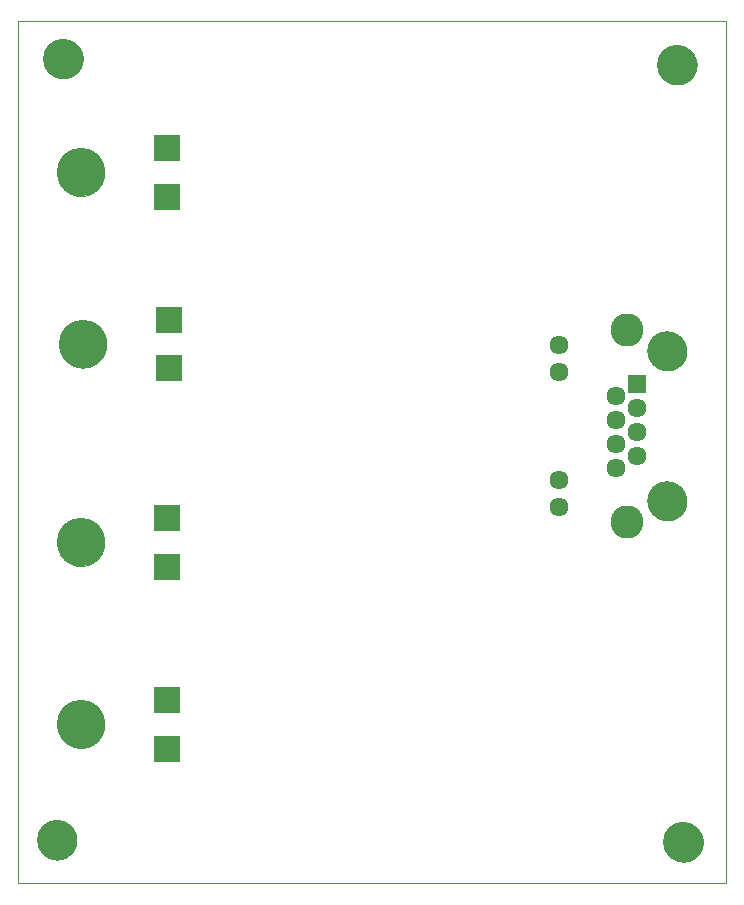
<source format=gbs>
G75*
%MOIN*%
%OFA0B0*%
%FSLAX25Y25*%
%IPPOS*%
%LPD*%
%AMOC8*
5,1,8,0,0,1.08239X$1,22.5*
%
%ADD10C,0.00000*%
%ADD11R,0.06337X0.06337*%
%ADD12C,0.06337*%
%ADD13C,0.13195*%
%ADD14C,0.11030*%
%ADD15C,0.13400*%
%ADD16C,0.16148*%
%ADD17R,0.08668X0.08668*%
D10*
X0005000Y0001000D02*
X0005000Y0288402D01*
X0241220Y0288402D01*
X0241220Y0001000D01*
X0005000Y0001000D01*
X0011591Y0015469D02*
X0011593Y0015630D01*
X0011599Y0015790D01*
X0011609Y0015951D01*
X0011623Y0016111D01*
X0011641Y0016271D01*
X0011662Y0016430D01*
X0011688Y0016589D01*
X0011718Y0016747D01*
X0011751Y0016904D01*
X0011789Y0017061D01*
X0011830Y0017216D01*
X0011875Y0017370D01*
X0011924Y0017523D01*
X0011977Y0017675D01*
X0012033Y0017826D01*
X0012094Y0017975D01*
X0012157Y0018123D01*
X0012225Y0018269D01*
X0012296Y0018413D01*
X0012370Y0018555D01*
X0012448Y0018696D01*
X0012530Y0018834D01*
X0012615Y0018971D01*
X0012703Y0019105D01*
X0012795Y0019237D01*
X0012890Y0019367D01*
X0012988Y0019495D01*
X0013089Y0019620D01*
X0013193Y0019742D01*
X0013300Y0019862D01*
X0013410Y0019979D01*
X0013523Y0020094D01*
X0013639Y0020205D01*
X0013758Y0020314D01*
X0013879Y0020419D01*
X0014003Y0020522D01*
X0014129Y0020622D01*
X0014257Y0020718D01*
X0014388Y0020811D01*
X0014522Y0020901D01*
X0014657Y0020988D01*
X0014795Y0021071D01*
X0014934Y0021151D01*
X0015076Y0021227D01*
X0015219Y0021300D01*
X0015364Y0021369D01*
X0015511Y0021435D01*
X0015659Y0021497D01*
X0015809Y0021555D01*
X0015960Y0021610D01*
X0016113Y0021661D01*
X0016267Y0021708D01*
X0016422Y0021751D01*
X0016578Y0021790D01*
X0016734Y0021826D01*
X0016892Y0021857D01*
X0017050Y0021885D01*
X0017209Y0021909D01*
X0017369Y0021929D01*
X0017529Y0021945D01*
X0017689Y0021957D01*
X0017850Y0021965D01*
X0018011Y0021969D01*
X0018171Y0021969D01*
X0018332Y0021965D01*
X0018493Y0021957D01*
X0018653Y0021945D01*
X0018813Y0021929D01*
X0018973Y0021909D01*
X0019132Y0021885D01*
X0019290Y0021857D01*
X0019448Y0021826D01*
X0019604Y0021790D01*
X0019760Y0021751D01*
X0019915Y0021708D01*
X0020069Y0021661D01*
X0020222Y0021610D01*
X0020373Y0021555D01*
X0020523Y0021497D01*
X0020671Y0021435D01*
X0020818Y0021369D01*
X0020963Y0021300D01*
X0021106Y0021227D01*
X0021248Y0021151D01*
X0021387Y0021071D01*
X0021525Y0020988D01*
X0021660Y0020901D01*
X0021794Y0020811D01*
X0021925Y0020718D01*
X0022053Y0020622D01*
X0022179Y0020522D01*
X0022303Y0020419D01*
X0022424Y0020314D01*
X0022543Y0020205D01*
X0022659Y0020094D01*
X0022772Y0019979D01*
X0022882Y0019862D01*
X0022989Y0019742D01*
X0023093Y0019620D01*
X0023194Y0019495D01*
X0023292Y0019367D01*
X0023387Y0019237D01*
X0023479Y0019105D01*
X0023567Y0018971D01*
X0023652Y0018834D01*
X0023734Y0018696D01*
X0023812Y0018555D01*
X0023886Y0018413D01*
X0023957Y0018269D01*
X0024025Y0018123D01*
X0024088Y0017975D01*
X0024149Y0017826D01*
X0024205Y0017675D01*
X0024258Y0017523D01*
X0024307Y0017370D01*
X0024352Y0017216D01*
X0024393Y0017061D01*
X0024431Y0016904D01*
X0024464Y0016747D01*
X0024494Y0016589D01*
X0024520Y0016430D01*
X0024541Y0016271D01*
X0024559Y0016111D01*
X0024573Y0015951D01*
X0024583Y0015790D01*
X0024589Y0015630D01*
X0024591Y0015469D01*
X0024589Y0015308D01*
X0024583Y0015148D01*
X0024573Y0014987D01*
X0024559Y0014827D01*
X0024541Y0014667D01*
X0024520Y0014508D01*
X0024494Y0014349D01*
X0024464Y0014191D01*
X0024431Y0014034D01*
X0024393Y0013877D01*
X0024352Y0013722D01*
X0024307Y0013568D01*
X0024258Y0013415D01*
X0024205Y0013263D01*
X0024149Y0013112D01*
X0024088Y0012963D01*
X0024025Y0012815D01*
X0023957Y0012669D01*
X0023886Y0012525D01*
X0023812Y0012383D01*
X0023734Y0012242D01*
X0023652Y0012104D01*
X0023567Y0011967D01*
X0023479Y0011833D01*
X0023387Y0011701D01*
X0023292Y0011571D01*
X0023194Y0011443D01*
X0023093Y0011318D01*
X0022989Y0011196D01*
X0022882Y0011076D01*
X0022772Y0010959D01*
X0022659Y0010844D01*
X0022543Y0010733D01*
X0022424Y0010624D01*
X0022303Y0010519D01*
X0022179Y0010416D01*
X0022053Y0010316D01*
X0021925Y0010220D01*
X0021794Y0010127D01*
X0021660Y0010037D01*
X0021525Y0009950D01*
X0021387Y0009867D01*
X0021248Y0009787D01*
X0021106Y0009711D01*
X0020963Y0009638D01*
X0020818Y0009569D01*
X0020671Y0009503D01*
X0020523Y0009441D01*
X0020373Y0009383D01*
X0020222Y0009328D01*
X0020069Y0009277D01*
X0019915Y0009230D01*
X0019760Y0009187D01*
X0019604Y0009148D01*
X0019448Y0009112D01*
X0019290Y0009081D01*
X0019132Y0009053D01*
X0018973Y0009029D01*
X0018813Y0009009D01*
X0018653Y0008993D01*
X0018493Y0008981D01*
X0018332Y0008973D01*
X0018171Y0008969D01*
X0018011Y0008969D01*
X0017850Y0008973D01*
X0017689Y0008981D01*
X0017529Y0008993D01*
X0017369Y0009009D01*
X0017209Y0009029D01*
X0017050Y0009053D01*
X0016892Y0009081D01*
X0016734Y0009112D01*
X0016578Y0009148D01*
X0016422Y0009187D01*
X0016267Y0009230D01*
X0016113Y0009277D01*
X0015960Y0009328D01*
X0015809Y0009383D01*
X0015659Y0009441D01*
X0015511Y0009503D01*
X0015364Y0009569D01*
X0015219Y0009638D01*
X0015076Y0009711D01*
X0014934Y0009787D01*
X0014795Y0009867D01*
X0014657Y0009950D01*
X0014522Y0010037D01*
X0014388Y0010127D01*
X0014257Y0010220D01*
X0014129Y0010316D01*
X0014003Y0010416D01*
X0013879Y0010519D01*
X0013758Y0010624D01*
X0013639Y0010733D01*
X0013523Y0010844D01*
X0013410Y0010959D01*
X0013300Y0011076D01*
X0013193Y0011196D01*
X0013089Y0011318D01*
X0012988Y0011443D01*
X0012890Y0011571D01*
X0012795Y0011701D01*
X0012703Y0011833D01*
X0012615Y0011967D01*
X0012530Y0012104D01*
X0012448Y0012242D01*
X0012370Y0012383D01*
X0012296Y0012525D01*
X0012225Y0012669D01*
X0012157Y0012815D01*
X0012094Y0012963D01*
X0012033Y0013112D01*
X0011977Y0013263D01*
X0011924Y0013415D01*
X0011875Y0013568D01*
X0011830Y0013722D01*
X0011789Y0013877D01*
X0011751Y0014034D01*
X0011718Y0014191D01*
X0011688Y0014349D01*
X0011662Y0014508D01*
X0011641Y0014667D01*
X0011623Y0014827D01*
X0011609Y0014987D01*
X0011599Y0015148D01*
X0011593Y0015308D01*
X0011591Y0015469D01*
X0018110Y0054051D02*
X0018112Y0054244D01*
X0018119Y0054437D01*
X0018131Y0054630D01*
X0018148Y0054823D01*
X0018169Y0055015D01*
X0018195Y0055206D01*
X0018226Y0055397D01*
X0018261Y0055587D01*
X0018301Y0055776D01*
X0018346Y0055964D01*
X0018395Y0056151D01*
X0018449Y0056337D01*
X0018507Y0056521D01*
X0018570Y0056704D01*
X0018638Y0056885D01*
X0018709Y0057064D01*
X0018786Y0057242D01*
X0018866Y0057418D01*
X0018951Y0057591D01*
X0019040Y0057763D01*
X0019133Y0057932D01*
X0019230Y0058099D01*
X0019332Y0058264D01*
X0019437Y0058426D01*
X0019546Y0058585D01*
X0019660Y0058742D01*
X0019777Y0058895D01*
X0019897Y0059046D01*
X0020022Y0059194D01*
X0020150Y0059339D01*
X0020281Y0059480D01*
X0020416Y0059619D01*
X0020555Y0059754D01*
X0020696Y0059885D01*
X0020841Y0060013D01*
X0020989Y0060138D01*
X0021140Y0060258D01*
X0021293Y0060375D01*
X0021450Y0060489D01*
X0021609Y0060598D01*
X0021771Y0060703D01*
X0021936Y0060805D01*
X0022103Y0060902D01*
X0022272Y0060995D01*
X0022444Y0061084D01*
X0022617Y0061169D01*
X0022793Y0061249D01*
X0022971Y0061326D01*
X0023150Y0061397D01*
X0023331Y0061465D01*
X0023514Y0061528D01*
X0023698Y0061586D01*
X0023884Y0061640D01*
X0024071Y0061689D01*
X0024259Y0061734D01*
X0024448Y0061774D01*
X0024638Y0061809D01*
X0024829Y0061840D01*
X0025020Y0061866D01*
X0025212Y0061887D01*
X0025405Y0061904D01*
X0025598Y0061916D01*
X0025791Y0061923D01*
X0025984Y0061925D01*
X0026177Y0061923D01*
X0026370Y0061916D01*
X0026563Y0061904D01*
X0026756Y0061887D01*
X0026948Y0061866D01*
X0027139Y0061840D01*
X0027330Y0061809D01*
X0027520Y0061774D01*
X0027709Y0061734D01*
X0027897Y0061689D01*
X0028084Y0061640D01*
X0028270Y0061586D01*
X0028454Y0061528D01*
X0028637Y0061465D01*
X0028818Y0061397D01*
X0028997Y0061326D01*
X0029175Y0061249D01*
X0029351Y0061169D01*
X0029524Y0061084D01*
X0029696Y0060995D01*
X0029865Y0060902D01*
X0030032Y0060805D01*
X0030197Y0060703D01*
X0030359Y0060598D01*
X0030518Y0060489D01*
X0030675Y0060375D01*
X0030828Y0060258D01*
X0030979Y0060138D01*
X0031127Y0060013D01*
X0031272Y0059885D01*
X0031413Y0059754D01*
X0031552Y0059619D01*
X0031687Y0059480D01*
X0031818Y0059339D01*
X0031946Y0059194D01*
X0032071Y0059046D01*
X0032191Y0058895D01*
X0032308Y0058742D01*
X0032422Y0058585D01*
X0032531Y0058426D01*
X0032636Y0058264D01*
X0032738Y0058099D01*
X0032835Y0057932D01*
X0032928Y0057763D01*
X0033017Y0057591D01*
X0033102Y0057418D01*
X0033182Y0057242D01*
X0033259Y0057064D01*
X0033330Y0056885D01*
X0033398Y0056704D01*
X0033461Y0056521D01*
X0033519Y0056337D01*
X0033573Y0056151D01*
X0033622Y0055964D01*
X0033667Y0055776D01*
X0033707Y0055587D01*
X0033742Y0055397D01*
X0033773Y0055206D01*
X0033799Y0055015D01*
X0033820Y0054823D01*
X0033837Y0054630D01*
X0033849Y0054437D01*
X0033856Y0054244D01*
X0033858Y0054051D01*
X0033856Y0053858D01*
X0033849Y0053665D01*
X0033837Y0053472D01*
X0033820Y0053279D01*
X0033799Y0053087D01*
X0033773Y0052896D01*
X0033742Y0052705D01*
X0033707Y0052515D01*
X0033667Y0052326D01*
X0033622Y0052138D01*
X0033573Y0051951D01*
X0033519Y0051765D01*
X0033461Y0051581D01*
X0033398Y0051398D01*
X0033330Y0051217D01*
X0033259Y0051038D01*
X0033182Y0050860D01*
X0033102Y0050684D01*
X0033017Y0050511D01*
X0032928Y0050339D01*
X0032835Y0050170D01*
X0032738Y0050003D01*
X0032636Y0049838D01*
X0032531Y0049676D01*
X0032422Y0049517D01*
X0032308Y0049360D01*
X0032191Y0049207D01*
X0032071Y0049056D01*
X0031946Y0048908D01*
X0031818Y0048763D01*
X0031687Y0048622D01*
X0031552Y0048483D01*
X0031413Y0048348D01*
X0031272Y0048217D01*
X0031127Y0048089D01*
X0030979Y0047964D01*
X0030828Y0047844D01*
X0030675Y0047727D01*
X0030518Y0047613D01*
X0030359Y0047504D01*
X0030197Y0047399D01*
X0030032Y0047297D01*
X0029865Y0047200D01*
X0029696Y0047107D01*
X0029524Y0047018D01*
X0029351Y0046933D01*
X0029175Y0046853D01*
X0028997Y0046776D01*
X0028818Y0046705D01*
X0028637Y0046637D01*
X0028454Y0046574D01*
X0028270Y0046516D01*
X0028084Y0046462D01*
X0027897Y0046413D01*
X0027709Y0046368D01*
X0027520Y0046328D01*
X0027330Y0046293D01*
X0027139Y0046262D01*
X0026948Y0046236D01*
X0026756Y0046215D01*
X0026563Y0046198D01*
X0026370Y0046186D01*
X0026177Y0046179D01*
X0025984Y0046177D01*
X0025791Y0046179D01*
X0025598Y0046186D01*
X0025405Y0046198D01*
X0025212Y0046215D01*
X0025020Y0046236D01*
X0024829Y0046262D01*
X0024638Y0046293D01*
X0024448Y0046328D01*
X0024259Y0046368D01*
X0024071Y0046413D01*
X0023884Y0046462D01*
X0023698Y0046516D01*
X0023514Y0046574D01*
X0023331Y0046637D01*
X0023150Y0046705D01*
X0022971Y0046776D01*
X0022793Y0046853D01*
X0022617Y0046933D01*
X0022444Y0047018D01*
X0022272Y0047107D01*
X0022103Y0047200D01*
X0021936Y0047297D01*
X0021771Y0047399D01*
X0021609Y0047504D01*
X0021450Y0047613D01*
X0021293Y0047727D01*
X0021140Y0047844D01*
X0020989Y0047964D01*
X0020841Y0048089D01*
X0020696Y0048217D01*
X0020555Y0048348D01*
X0020416Y0048483D01*
X0020281Y0048622D01*
X0020150Y0048763D01*
X0020022Y0048908D01*
X0019897Y0049056D01*
X0019777Y0049207D01*
X0019660Y0049360D01*
X0019546Y0049517D01*
X0019437Y0049676D01*
X0019332Y0049838D01*
X0019230Y0050003D01*
X0019133Y0050170D01*
X0019040Y0050339D01*
X0018951Y0050511D01*
X0018866Y0050684D01*
X0018786Y0050860D01*
X0018709Y0051038D01*
X0018638Y0051217D01*
X0018570Y0051398D01*
X0018507Y0051581D01*
X0018449Y0051765D01*
X0018395Y0051951D01*
X0018346Y0052138D01*
X0018301Y0052326D01*
X0018261Y0052515D01*
X0018226Y0052705D01*
X0018195Y0052896D01*
X0018169Y0053087D01*
X0018148Y0053279D01*
X0018131Y0053472D01*
X0018119Y0053665D01*
X0018112Y0053858D01*
X0018110Y0054051D01*
X0018110Y0114681D02*
X0018112Y0114874D01*
X0018119Y0115067D01*
X0018131Y0115260D01*
X0018148Y0115453D01*
X0018169Y0115645D01*
X0018195Y0115836D01*
X0018226Y0116027D01*
X0018261Y0116217D01*
X0018301Y0116406D01*
X0018346Y0116594D01*
X0018395Y0116781D01*
X0018449Y0116967D01*
X0018507Y0117151D01*
X0018570Y0117334D01*
X0018638Y0117515D01*
X0018709Y0117694D01*
X0018786Y0117872D01*
X0018866Y0118048D01*
X0018951Y0118221D01*
X0019040Y0118393D01*
X0019133Y0118562D01*
X0019230Y0118729D01*
X0019332Y0118894D01*
X0019437Y0119056D01*
X0019546Y0119215D01*
X0019660Y0119372D01*
X0019777Y0119525D01*
X0019897Y0119676D01*
X0020022Y0119824D01*
X0020150Y0119969D01*
X0020281Y0120110D01*
X0020416Y0120249D01*
X0020555Y0120384D01*
X0020696Y0120515D01*
X0020841Y0120643D01*
X0020989Y0120768D01*
X0021140Y0120888D01*
X0021293Y0121005D01*
X0021450Y0121119D01*
X0021609Y0121228D01*
X0021771Y0121333D01*
X0021936Y0121435D01*
X0022103Y0121532D01*
X0022272Y0121625D01*
X0022444Y0121714D01*
X0022617Y0121799D01*
X0022793Y0121879D01*
X0022971Y0121956D01*
X0023150Y0122027D01*
X0023331Y0122095D01*
X0023514Y0122158D01*
X0023698Y0122216D01*
X0023884Y0122270D01*
X0024071Y0122319D01*
X0024259Y0122364D01*
X0024448Y0122404D01*
X0024638Y0122439D01*
X0024829Y0122470D01*
X0025020Y0122496D01*
X0025212Y0122517D01*
X0025405Y0122534D01*
X0025598Y0122546D01*
X0025791Y0122553D01*
X0025984Y0122555D01*
X0026177Y0122553D01*
X0026370Y0122546D01*
X0026563Y0122534D01*
X0026756Y0122517D01*
X0026948Y0122496D01*
X0027139Y0122470D01*
X0027330Y0122439D01*
X0027520Y0122404D01*
X0027709Y0122364D01*
X0027897Y0122319D01*
X0028084Y0122270D01*
X0028270Y0122216D01*
X0028454Y0122158D01*
X0028637Y0122095D01*
X0028818Y0122027D01*
X0028997Y0121956D01*
X0029175Y0121879D01*
X0029351Y0121799D01*
X0029524Y0121714D01*
X0029696Y0121625D01*
X0029865Y0121532D01*
X0030032Y0121435D01*
X0030197Y0121333D01*
X0030359Y0121228D01*
X0030518Y0121119D01*
X0030675Y0121005D01*
X0030828Y0120888D01*
X0030979Y0120768D01*
X0031127Y0120643D01*
X0031272Y0120515D01*
X0031413Y0120384D01*
X0031552Y0120249D01*
X0031687Y0120110D01*
X0031818Y0119969D01*
X0031946Y0119824D01*
X0032071Y0119676D01*
X0032191Y0119525D01*
X0032308Y0119372D01*
X0032422Y0119215D01*
X0032531Y0119056D01*
X0032636Y0118894D01*
X0032738Y0118729D01*
X0032835Y0118562D01*
X0032928Y0118393D01*
X0033017Y0118221D01*
X0033102Y0118048D01*
X0033182Y0117872D01*
X0033259Y0117694D01*
X0033330Y0117515D01*
X0033398Y0117334D01*
X0033461Y0117151D01*
X0033519Y0116967D01*
X0033573Y0116781D01*
X0033622Y0116594D01*
X0033667Y0116406D01*
X0033707Y0116217D01*
X0033742Y0116027D01*
X0033773Y0115836D01*
X0033799Y0115645D01*
X0033820Y0115453D01*
X0033837Y0115260D01*
X0033849Y0115067D01*
X0033856Y0114874D01*
X0033858Y0114681D01*
X0033856Y0114488D01*
X0033849Y0114295D01*
X0033837Y0114102D01*
X0033820Y0113909D01*
X0033799Y0113717D01*
X0033773Y0113526D01*
X0033742Y0113335D01*
X0033707Y0113145D01*
X0033667Y0112956D01*
X0033622Y0112768D01*
X0033573Y0112581D01*
X0033519Y0112395D01*
X0033461Y0112211D01*
X0033398Y0112028D01*
X0033330Y0111847D01*
X0033259Y0111668D01*
X0033182Y0111490D01*
X0033102Y0111314D01*
X0033017Y0111141D01*
X0032928Y0110969D01*
X0032835Y0110800D01*
X0032738Y0110633D01*
X0032636Y0110468D01*
X0032531Y0110306D01*
X0032422Y0110147D01*
X0032308Y0109990D01*
X0032191Y0109837D01*
X0032071Y0109686D01*
X0031946Y0109538D01*
X0031818Y0109393D01*
X0031687Y0109252D01*
X0031552Y0109113D01*
X0031413Y0108978D01*
X0031272Y0108847D01*
X0031127Y0108719D01*
X0030979Y0108594D01*
X0030828Y0108474D01*
X0030675Y0108357D01*
X0030518Y0108243D01*
X0030359Y0108134D01*
X0030197Y0108029D01*
X0030032Y0107927D01*
X0029865Y0107830D01*
X0029696Y0107737D01*
X0029524Y0107648D01*
X0029351Y0107563D01*
X0029175Y0107483D01*
X0028997Y0107406D01*
X0028818Y0107335D01*
X0028637Y0107267D01*
X0028454Y0107204D01*
X0028270Y0107146D01*
X0028084Y0107092D01*
X0027897Y0107043D01*
X0027709Y0106998D01*
X0027520Y0106958D01*
X0027330Y0106923D01*
X0027139Y0106892D01*
X0026948Y0106866D01*
X0026756Y0106845D01*
X0026563Y0106828D01*
X0026370Y0106816D01*
X0026177Y0106809D01*
X0025984Y0106807D01*
X0025791Y0106809D01*
X0025598Y0106816D01*
X0025405Y0106828D01*
X0025212Y0106845D01*
X0025020Y0106866D01*
X0024829Y0106892D01*
X0024638Y0106923D01*
X0024448Y0106958D01*
X0024259Y0106998D01*
X0024071Y0107043D01*
X0023884Y0107092D01*
X0023698Y0107146D01*
X0023514Y0107204D01*
X0023331Y0107267D01*
X0023150Y0107335D01*
X0022971Y0107406D01*
X0022793Y0107483D01*
X0022617Y0107563D01*
X0022444Y0107648D01*
X0022272Y0107737D01*
X0022103Y0107830D01*
X0021936Y0107927D01*
X0021771Y0108029D01*
X0021609Y0108134D01*
X0021450Y0108243D01*
X0021293Y0108357D01*
X0021140Y0108474D01*
X0020989Y0108594D01*
X0020841Y0108719D01*
X0020696Y0108847D01*
X0020555Y0108978D01*
X0020416Y0109113D01*
X0020281Y0109252D01*
X0020150Y0109393D01*
X0020022Y0109538D01*
X0019897Y0109686D01*
X0019777Y0109837D01*
X0019660Y0109990D01*
X0019546Y0110147D01*
X0019437Y0110306D01*
X0019332Y0110468D01*
X0019230Y0110633D01*
X0019133Y0110800D01*
X0019040Y0110969D01*
X0018951Y0111141D01*
X0018866Y0111314D01*
X0018786Y0111490D01*
X0018709Y0111668D01*
X0018638Y0111847D01*
X0018570Y0112028D01*
X0018507Y0112211D01*
X0018449Y0112395D01*
X0018395Y0112581D01*
X0018346Y0112768D01*
X0018301Y0112956D01*
X0018261Y0113145D01*
X0018226Y0113335D01*
X0018195Y0113526D01*
X0018169Y0113717D01*
X0018148Y0113909D01*
X0018131Y0114102D01*
X0018119Y0114295D01*
X0018112Y0114488D01*
X0018110Y0114681D01*
X0018799Y0180823D02*
X0018801Y0181016D01*
X0018808Y0181209D01*
X0018820Y0181402D01*
X0018837Y0181595D01*
X0018858Y0181787D01*
X0018884Y0181978D01*
X0018915Y0182169D01*
X0018950Y0182359D01*
X0018990Y0182548D01*
X0019035Y0182736D01*
X0019084Y0182923D01*
X0019138Y0183109D01*
X0019196Y0183293D01*
X0019259Y0183476D01*
X0019327Y0183657D01*
X0019398Y0183836D01*
X0019475Y0184014D01*
X0019555Y0184190D01*
X0019640Y0184363D01*
X0019729Y0184535D01*
X0019822Y0184704D01*
X0019919Y0184871D01*
X0020021Y0185036D01*
X0020126Y0185198D01*
X0020235Y0185357D01*
X0020349Y0185514D01*
X0020466Y0185667D01*
X0020586Y0185818D01*
X0020711Y0185966D01*
X0020839Y0186111D01*
X0020970Y0186252D01*
X0021105Y0186391D01*
X0021244Y0186526D01*
X0021385Y0186657D01*
X0021530Y0186785D01*
X0021678Y0186910D01*
X0021829Y0187030D01*
X0021982Y0187147D01*
X0022139Y0187261D01*
X0022298Y0187370D01*
X0022460Y0187475D01*
X0022625Y0187577D01*
X0022792Y0187674D01*
X0022961Y0187767D01*
X0023133Y0187856D01*
X0023306Y0187941D01*
X0023482Y0188021D01*
X0023660Y0188098D01*
X0023839Y0188169D01*
X0024020Y0188237D01*
X0024203Y0188300D01*
X0024387Y0188358D01*
X0024573Y0188412D01*
X0024760Y0188461D01*
X0024948Y0188506D01*
X0025137Y0188546D01*
X0025327Y0188581D01*
X0025518Y0188612D01*
X0025709Y0188638D01*
X0025901Y0188659D01*
X0026094Y0188676D01*
X0026287Y0188688D01*
X0026480Y0188695D01*
X0026673Y0188697D01*
X0026866Y0188695D01*
X0027059Y0188688D01*
X0027252Y0188676D01*
X0027445Y0188659D01*
X0027637Y0188638D01*
X0027828Y0188612D01*
X0028019Y0188581D01*
X0028209Y0188546D01*
X0028398Y0188506D01*
X0028586Y0188461D01*
X0028773Y0188412D01*
X0028959Y0188358D01*
X0029143Y0188300D01*
X0029326Y0188237D01*
X0029507Y0188169D01*
X0029686Y0188098D01*
X0029864Y0188021D01*
X0030040Y0187941D01*
X0030213Y0187856D01*
X0030385Y0187767D01*
X0030554Y0187674D01*
X0030721Y0187577D01*
X0030886Y0187475D01*
X0031048Y0187370D01*
X0031207Y0187261D01*
X0031364Y0187147D01*
X0031517Y0187030D01*
X0031668Y0186910D01*
X0031816Y0186785D01*
X0031961Y0186657D01*
X0032102Y0186526D01*
X0032241Y0186391D01*
X0032376Y0186252D01*
X0032507Y0186111D01*
X0032635Y0185966D01*
X0032760Y0185818D01*
X0032880Y0185667D01*
X0032997Y0185514D01*
X0033111Y0185357D01*
X0033220Y0185198D01*
X0033325Y0185036D01*
X0033427Y0184871D01*
X0033524Y0184704D01*
X0033617Y0184535D01*
X0033706Y0184363D01*
X0033791Y0184190D01*
X0033871Y0184014D01*
X0033948Y0183836D01*
X0034019Y0183657D01*
X0034087Y0183476D01*
X0034150Y0183293D01*
X0034208Y0183109D01*
X0034262Y0182923D01*
X0034311Y0182736D01*
X0034356Y0182548D01*
X0034396Y0182359D01*
X0034431Y0182169D01*
X0034462Y0181978D01*
X0034488Y0181787D01*
X0034509Y0181595D01*
X0034526Y0181402D01*
X0034538Y0181209D01*
X0034545Y0181016D01*
X0034547Y0180823D01*
X0034545Y0180630D01*
X0034538Y0180437D01*
X0034526Y0180244D01*
X0034509Y0180051D01*
X0034488Y0179859D01*
X0034462Y0179668D01*
X0034431Y0179477D01*
X0034396Y0179287D01*
X0034356Y0179098D01*
X0034311Y0178910D01*
X0034262Y0178723D01*
X0034208Y0178537D01*
X0034150Y0178353D01*
X0034087Y0178170D01*
X0034019Y0177989D01*
X0033948Y0177810D01*
X0033871Y0177632D01*
X0033791Y0177456D01*
X0033706Y0177283D01*
X0033617Y0177111D01*
X0033524Y0176942D01*
X0033427Y0176775D01*
X0033325Y0176610D01*
X0033220Y0176448D01*
X0033111Y0176289D01*
X0032997Y0176132D01*
X0032880Y0175979D01*
X0032760Y0175828D01*
X0032635Y0175680D01*
X0032507Y0175535D01*
X0032376Y0175394D01*
X0032241Y0175255D01*
X0032102Y0175120D01*
X0031961Y0174989D01*
X0031816Y0174861D01*
X0031668Y0174736D01*
X0031517Y0174616D01*
X0031364Y0174499D01*
X0031207Y0174385D01*
X0031048Y0174276D01*
X0030886Y0174171D01*
X0030721Y0174069D01*
X0030554Y0173972D01*
X0030385Y0173879D01*
X0030213Y0173790D01*
X0030040Y0173705D01*
X0029864Y0173625D01*
X0029686Y0173548D01*
X0029507Y0173477D01*
X0029326Y0173409D01*
X0029143Y0173346D01*
X0028959Y0173288D01*
X0028773Y0173234D01*
X0028586Y0173185D01*
X0028398Y0173140D01*
X0028209Y0173100D01*
X0028019Y0173065D01*
X0027828Y0173034D01*
X0027637Y0173008D01*
X0027445Y0172987D01*
X0027252Y0172970D01*
X0027059Y0172958D01*
X0026866Y0172951D01*
X0026673Y0172949D01*
X0026480Y0172951D01*
X0026287Y0172958D01*
X0026094Y0172970D01*
X0025901Y0172987D01*
X0025709Y0173008D01*
X0025518Y0173034D01*
X0025327Y0173065D01*
X0025137Y0173100D01*
X0024948Y0173140D01*
X0024760Y0173185D01*
X0024573Y0173234D01*
X0024387Y0173288D01*
X0024203Y0173346D01*
X0024020Y0173409D01*
X0023839Y0173477D01*
X0023660Y0173548D01*
X0023482Y0173625D01*
X0023306Y0173705D01*
X0023133Y0173790D01*
X0022961Y0173879D01*
X0022792Y0173972D01*
X0022625Y0174069D01*
X0022460Y0174171D01*
X0022298Y0174276D01*
X0022139Y0174385D01*
X0021982Y0174499D01*
X0021829Y0174616D01*
X0021678Y0174736D01*
X0021530Y0174861D01*
X0021385Y0174989D01*
X0021244Y0175120D01*
X0021105Y0175255D01*
X0020970Y0175394D01*
X0020839Y0175535D01*
X0020711Y0175680D01*
X0020586Y0175828D01*
X0020466Y0175979D01*
X0020349Y0176132D01*
X0020235Y0176289D01*
X0020126Y0176448D01*
X0020021Y0176610D01*
X0019919Y0176775D01*
X0019822Y0176942D01*
X0019729Y0177111D01*
X0019640Y0177283D01*
X0019555Y0177456D01*
X0019475Y0177632D01*
X0019398Y0177810D01*
X0019327Y0177989D01*
X0019259Y0178170D01*
X0019196Y0178353D01*
X0019138Y0178537D01*
X0019084Y0178723D01*
X0019035Y0178910D01*
X0018990Y0179098D01*
X0018950Y0179287D01*
X0018915Y0179477D01*
X0018884Y0179668D01*
X0018858Y0179859D01*
X0018837Y0180051D01*
X0018820Y0180244D01*
X0018808Y0180437D01*
X0018801Y0180630D01*
X0018799Y0180823D01*
X0018110Y0238008D02*
X0018112Y0238201D01*
X0018119Y0238394D01*
X0018131Y0238587D01*
X0018148Y0238780D01*
X0018169Y0238972D01*
X0018195Y0239163D01*
X0018226Y0239354D01*
X0018261Y0239544D01*
X0018301Y0239733D01*
X0018346Y0239921D01*
X0018395Y0240108D01*
X0018449Y0240294D01*
X0018507Y0240478D01*
X0018570Y0240661D01*
X0018638Y0240842D01*
X0018709Y0241021D01*
X0018786Y0241199D01*
X0018866Y0241375D01*
X0018951Y0241548D01*
X0019040Y0241720D01*
X0019133Y0241889D01*
X0019230Y0242056D01*
X0019332Y0242221D01*
X0019437Y0242383D01*
X0019546Y0242542D01*
X0019660Y0242699D01*
X0019777Y0242852D01*
X0019897Y0243003D01*
X0020022Y0243151D01*
X0020150Y0243296D01*
X0020281Y0243437D01*
X0020416Y0243576D01*
X0020555Y0243711D01*
X0020696Y0243842D01*
X0020841Y0243970D01*
X0020989Y0244095D01*
X0021140Y0244215D01*
X0021293Y0244332D01*
X0021450Y0244446D01*
X0021609Y0244555D01*
X0021771Y0244660D01*
X0021936Y0244762D01*
X0022103Y0244859D01*
X0022272Y0244952D01*
X0022444Y0245041D01*
X0022617Y0245126D01*
X0022793Y0245206D01*
X0022971Y0245283D01*
X0023150Y0245354D01*
X0023331Y0245422D01*
X0023514Y0245485D01*
X0023698Y0245543D01*
X0023884Y0245597D01*
X0024071Y0245646D01*
X0024259Y0245691D01*
X0024448Y0245731D01*
X0024638Y0245766D01*
X0024829Y0245797D01*
X0025020Y0245823D01*
X0025212Y0245844D01*
X0025405Y0245861D01*
X0025598Y0245873D01*
X0025791Y0245880D01*
X0025984Y0245882D01*
X0026177Y0245880D01*
X0026370Y0245873D01*
X0026563Y0245861D01*
X0026756Y0245844D01*
X0026948Y0245823D01*
X0027139Y0245797D01*
X0027330Y0245766D01*
X0027520Y0245731D01*
X0027709Y0245691D01*
X0027897Y0245646D01*
X0028084Y0245597D01*
X0028270Y0245543D01*
X0028454Y0245485D01*
X0028637Y0245422D01*
X0028818Y0245354D01*
X0028997Y0245283D01*
X0029175Y0245206D01*
X0029351Y0245126D01*
X0029524Y0245041D01*
X0029696Y0244952D01*
X0029865Y0244859D01*
X0030032Y0244762D01*
X0030197Y0244660D01*
X0030359Y0244555D01*
X0030518Y0244446D01*
X0030675Y0244332D01*
X0030828Y0244215D01*
X0030979Y0244095D01*
X0031127Y0243970D01*
X0031272Y0243842D01*
X0031413Y0243711D01*
X0031552Y0243576D01*
X0031687Y0243437D01*
X0031818Y0243296D01*
X0031946Y0243151D01*
X0032071Y0243003D01*
X0032191Y0242852D01*
X0032308Y0242699D01*
X0032422Y0242542D01*
X0032531Y0242383D01*
X0032636Y0242221D01*
X0032738Y0242056D01*
X0032835Y0241889D01*
X0032928Y0241720D01*
X0033017Y0241548D01*
X0033102Y0241375D01*
X0033182Y0241199D01*
X0033259Y0241021D01*
X0033330Y0240842D01*
X0033398Y0240661D01*
X0033461Y0240478D01*
X0033519Y0240294D01*
X0033573Y0240108D01*
X0033622Y0239921D01*
X0033667Y0239733D01*
X0033707Y0239544D01*
X0033742Y0239354D01*
X0033773Y0239163D01*
X0033799Y0238972D01*
X0033820Y0238780D01*
X0033837Y0238587D01*
X0033849Y0238394D01*
X0033856Y0238201D01*
X0033858Y0238008D01*
X0033856Y0237815D01*
X0033849Y0237622D01*
X0033837Y0237429D01*
X0033820Y0237236D01*
X0033799Y0237044D01*
X0033773Y0236853D01*
X0033742Y0236662D01*
X0033707Y0236472D01*
X0033667Y0236283D01*
X0033622Y0236095D01*
X0033573Y0235908D01*
X0033519Y0235722D01*
X0033461Y0235538D01*
X0033398Y0235355D01*
X0033330Y0235174D01*
X0033259Y0234995D01*
X0033182Y0234817D01*
X0033102Y0234641D01*
X0033017Y0234468D01*
X0032928Y0234296D01*
X0032835Y0234127D01*
X0032738Y0233960D01*
X0032636Y0233795D01*
X0032531Y0233633D01*
X0032422Y0233474D01*
X0032308Y0233317D01*
X0032191Y0233164D01*
X0032071Y0233013D01*
X0031946Y0232865D01*
X0031818Y0232720D01*
X0031687Y0232579D01*
X0031552Y0232440D01*
X0031413Y0232305D01*
X0031272Y0232174D01*
X0031127Y0232046D01*
X0030979Y0231921D01*
X0030828Y0231801D01*
X0030675Y0231684D01*
X0030518Y0231570D01*
X0030359Y0231461D01*
X0030197Y0231356D01*
X0030032Y0231254D01*
X0029865Y0231157D01*
X0029696Y0231064D01*
X0029524Y0230975D01*
X0029351Y0230890D01*
X0029175Y0230810D01*
X0028997Y0230733D01*
X0028818Y0230662D01*
X0028637Y0230594D01*
X0028454Y0230531D01*
X0028270Y0230473D01*
X0028084Y0230419D01*
X0027897Y0230370D01*
X0027709Y0230325D01*
X0027520Y0230285D01*
X0027330Y0230250D01*
X0027139Y0230219D01*
X0026948Y0230193D01*
X0026756Y0230172D01*
X0026563Y0230155D01*
X0026370Y0230143D01*
X0026177Y0230136D01*
X0025984Y0230134D01*
X0025791Y0230136D01*
X0025598Y0230143D01*
X0025405Y0230155D01*
X0025212Y0230172D01*
X0025020Y0230193D01*
X0024829Y0230219D01*
X0024638Y0230250D01*
X0024448Y0230285D01*
X0024259Y0230325D01*
X0024071Y0230370D01*
X0023884Y0230419D01*
X0023698Y0230473D01*
X0023514Y0230531D01*
X0023331Y0230594D01*
X0023150Y0230662D01*
X0022971Y0230733D01*
X0022793Y0230810D01*
X0022617Y0230890D01*
X0022444Y0230975D01*
X0022272Y0231064D01*
X0022103Y0231157D01*
X0021936Y0231254D01*
X0021771Y0231356D01*
X0021609Y0231461D01*
X0021450Y0231570D01*
X0021293Y0231684D01*
X0021140Y0231801D01*
X0020989Y0231921D01*
X0020841Y0232046D01*
X0020696Y0232174D01*
X0020555Y0232305D01*
X0020416Y0232440D01*
X0020281Y0232579D01*
X0020150Y0232720D01*
X0020022Y0232865D01*
X0019897Y0233013D01*
X0019777Y0233164D01*
X0019660Y0233317D01*
X0019546Y0233474D01*
X0019437Y0233633D01*
X0019332Y0233795D01*
X0019230Y0233960D01*
X0019133Y0234127D01*
X0019040Y0234296D01*
X0018951Y0234468D01*
X0018866Y0234641D01*
X0018786Y0234817D01*
X0018709Y0234995D01*
X0018638Y0235174D01*
X0018570Y0235355D01*
X0018507Y0235538D01*
X0018449Y0235722D01*
X0018395Y0235908D01*
X0018346Y0236095D01*
X0018301Y0236283D01*
X0018261Y0236472D01*
X0018226Y0236662D01*
X0018195Y0236853D01*
X0018169Y0237044D01*
X0018148Y0237236D01*
X0018131Y0237429D01*
X0018119Y0237622D01*
X0018112Y0237815D01*
X0018110Y0238008D01*
X0013657Y0275902D02*
X0013659Y0276063D01*
X0013665Y0276223D01*
X0013675Y0276384D01*
X0013689Y0276544D01*
X0013707Y0276704D01*
X0013728Y0276863D01*
X0013754Y0277022D01*
X0013784Y0277180D01*
X0013817Y0277337D01*
X0013855Y0277494D01*
X0013896Y0277649D01*
X0013941Y0277803D01*
X0013990Y0277956D01*
X0014043Y0278108D01*
X0014099Y0278259D01*
X0014160Y0278408D01*
X0014223Y0278556D01*
X0014291Y0278702D01*
X0014362Y0278846D01*
X0014436Y0278988D01*
X0014514Y0279129D01*
X0014596Y0279267D01*
X0014681Y0279404D01*
X0014769Y0279538D01*
X0014861Y0279670D01*
X0014956Y0279800D01*
X0015054Y0279928D01*
X0015155Y0280053D01*
X0015259Y0280175D01*
X0015366Y0280295D01*
X0015476Y0280412D01*
X0015589Y0280527D01*
X0015705Y0280638D01*
X0015824Y0280747D01*
X0015945Y0280852D01*
X0016069Y0280955D01*
X0016195Y0281055D01*
X0016323Y0281151D01*
X0016454Y0281244D01*
X0016588Y0281334D01*
X0016723Y0281421D01*
X0016861Y0281504D01*
X0017000Y0281584D01*
X0017142Y0281660D01*
X0017285Y0281733D01*
X0017430Y0281802D01*
X0017577Y0281868D01*
X0017725Y0281930D01*
X0017875Y0281988D01*
X0018026Y0282043D01*
X0018179Y0282094D01*
X0018333Y0282141D01*
X0018488Y0282184D01*
X0018644Y0282223D01*
X0018800Y0282259D01*
X0018958Y0282290D01*
X0019116Y0282318D01*
X0019275Y0282342D01*
X0019435Y0282362D01*
X0019595Y0282378D01*
X0019755Y0282390D01*
X0019916Y0282398D01*
X0020077Y0282402D01*
X0020237Y0282402D01*
X0020398Y0282398D01*
X0020559Y0282390D01*
X0020719Y0282378D01*
X0020879Y0282362D01*
X0021039Y0282342D01*
X0021198Y0282318D01*
X0021356Y0282290D01*
X0021514Y0282259D01*
X0021670Y0282223D01*
X0021826Y0282184D01*
X0021981Y0282141D01*
X0022135Y0282094D01*
X0022288Y0282043D01*
X0022439Y0281988D01*
X0022589Y0281930D01*
X0022737Y0281868D01*
X0022884Y0281802D01*
X0023029Y0281733D01*
X0023172Y0281660D01*
X0023314Y0281584D01*
X0023453Y0281504D01*
X0023591Y0281421D01*
X0023726Y0281334D01*
X0023860Y0281244D01*
X0023991Y0281151D01*
X0024119Y0281055D01*
X0024245Y0280955D01*
X0024369Y0280852D01*
X0024490Y0280747D01*
X0024609Y0280638D01*
X0024725Y0280527D01*
X0024838Y0280412D01*
X0024948Y0280295D01*
X0025055Y0280175D01*
X0025159Y0280053D01*
X0025260Y0279928D01*
X0025358Y0279800D01*
X0025453Y0279670D01*
X0025545Y0279538D01*
X0025633Y0279404D01*
X0025718Y0279267D01*
X0025800Y0279129D01*
X0025878Y0278988D01*
X0025952Y0278846D01*
X0026023Y0278702D01*
X0026091Y0278556D01*
X0026154Y0278408D01*
X0026215Y0278259D01*
X0026271Y0278108D01*
X0026324Y0277956D01*
X0026373Y0277803D01*
X0026418Y0277649D01*
X0026459Y0277494D01*
X0026497Y0277337D01*
X0026530Y0277180D01*
X0026560Y0277022D01*
X0026586Y0276863D01*
X0026607Y0276704D01*
X0026625Y0276544D01*
X0026639Y0276384D01*
X0026649Y0276223D01*
X0026655Y0276063D01*
X0026657Y0275902D01*
X0026655Y0275741D01*
X0026649Y0275581D01*
X0026639Y0275420D01*
X0026625Y0275260D01*
X0026607Y0275100D01*
X0026586Y0274941D01*
X0026560Y0274782D01*
X0026530Y0274624D01*
X0026497Y0274467D01*
X0026459Y0274310D01*
X0026418Y0274155D01*
X0026373Y0274001D01*
X0026324Y0273848D01*
X0026271Y0273696D01*
X0026215Y0273545D01*
X0026154Y0273396D01*
X0026091Y0273248D01*
X0026023Y0273102D01*
X0025952Y0272958D01*
X0025878Y0272816D01*
X0025800Y0272675D01*
X0025718Y0272537D01*
X0025633Y0272400D01*
X0025545Y0272266D01*
X0025453Y0272134D01*
X0025358Y0272004D01*
X0025260Y0271876D01*
X0025159Y0271751D01*
X0025055Y0271629D01*
X0024948Y0271509D01*
X0024838Y0271392D01*
X0024725Y0271277D01*
X0024609Y0271166D01*
X0024490Y0271057D01*
X0024369Y0270952D01*
X0024245Y0270849D01*
X0024119Y0270749D01*
X0023991Y0270653D01*
X0023860Y0270560D01*
X0023726Y0270470D01*
X0023591Y0270383D01*
X0023453Y0270300D01*
X0023314Y0270220D01*
X0023172Y0270144D01*
X0023029Y0270071D01*
X0022884Y0270002D01*
X0022737Y0269936D01*
X0022589Y0269874D01*
X0022439Y0269816D01*
X0022288Y0269761D01*
X0022135Y0269710D01*
X0021981Y0269663D01*
X0021826Y0269620D01*
X0021670Y0269581D01*
X0021514Y0269545D01*
X0021356Y0269514D01*
X0021198Y0269486D01*
X0021039Y0269462D01*
X0020879Y0269442D01*
X0020719Y0269426D01*
X0020559Y0269414D01*
X0020398Y0269406D01*
X0020237Y0269402D01*
X0020077Y0269402D01*
X0019916Y0269406D01*
X0019755Y0269414D01*
X0019595Y0269426D01*
X0019435Y0269442D01*
X0019275Y0269462D01*
X0019116Y0269486D01*
X0018958Y0269514D01*
X0018800Y0269545D01*
X0018644Y0269581D01*
X0018488Y0269620D01*
X0018333Y0269663D01*
X0018179Y0269710D01*
X0018026Y0269761D01*
X0017875Y0269816D01*
X0017725Y0269874D01*
X0017577Y0269936D01*
X0017430Y0270002D01*
X0017285Y0270071D01*
X0017142Y0270144D01*
X0017000Y0270220D01*
X0016861Y0270300D01*
X0016723Y0270383D01*
X0016588Y0270470D01*
X0016454Y0270560D01*
X0016323Y0270653D01*
X0016195Y0270749D01*
X0016069Y0270849D01*
X0015945Y0270952D01*
X0015824Y0271057D01*
X0015705Y0271166D01*
X0015589Y0271277D01*
X0015476Y0271392D01*
X0015366Y0271509D01*
X0015259Y0271629D01*
X0015155Y0271751D01*
X0015054Y0271876D01*
X0014956Y0272004D01*
X0014861Y0272134D01*
X0014769Y0272266D01*
X0014681Y0272400D01*
X0014596Y0272537D01*
X0014514Y0272675D01*
X0014436Y0272816D01*
X0014362Y0272958D01*
X0014291Y0273102D01*
X0014223Y0273248D01*
X0014160Y0273396D01*
X0014099Y0273545D01*
X0014043Y0273696D01*
X0013990Y0273848D01*
X0013941Y0274001D01*
X0013896Y0274155D01*
X0013855Y0274310D01*
X0013817Y0274467D01*
X0013784Y0274624D01*
X0013754Y0274782D01*
X0013728Y0274941D01*
X0013707Y0275100D01*
X0013689Y0275260D01*
X0013675Y0275420D01*
X0013665Y0275581D01*
X0013659Y0275741D01*
X0013657Y0275902D01*
X0215098Y0178421D02*
X0215100Y0178581D01*
X0215106Y0178740D01*
X0215116Y0178899D01*
X0215130Y0179058D01*
X0215148Y0179217D01*
X0215169Y0179375D01*
X0215195Y0179532D01*
X0215225Y0179689D01*
X0215258Y0179845D01*
X0215296Y0180000D01*
X0215337Y0180154D01*
X0215382Y0180307D01*
X0215431Y0180459D01*
X0215484Y0180609D01*
X0215540Y0180758D01*
X0215600Y0180906D01*
X0215664Y0181052D01*
X0215732Y0181197D01*
X0215803Y0181340D01*
X0215877Y0181481D01*
X0215955Y0181620D01*
X0216037Y0181757D01*
X0216122Y0181892D01*
X0216210Y0182025D01*
X0216301Y0182156D01*
X0216396Y0182284D01*
X0216494Y0182410D01*
X0216595Y0182534D01*
X0216699Y0182654D01*
X0216806Y0182773D01*
X0216916Y0182888D01*
X0217029Y0183001D01*
X0217144Y0183111D01*
X0217263Y0183218D01*
X0217383Y0183322D01*
X0217507Y0183423D01*
X0217633Y0183521D01*
X0217761Y0183616D01*
X0217892Y0183707D01*
X0218025Y0183795D01*
X0218160Y0183880D01*
X0218297Y0183962D01*
X0218436Y0184040D01*
X0218577Y0184114D01*
X0218720Y0184185D01*
X0218865Y0184253D01*
X0219011Y0184317D01*
X0219159Y0184377D01*
X0219308Y0184433D01*
X0219458Y0184486D01*
X0219610Y0184535D01*
X0219763Y0184580D01*
X0219917Y0184621D01*
X0220072Y0184659D01*
X0220228Y0184692D01*
X0220385Y0184722D01*
X0220542Y0184748D01*
X0220700Y0184769D01*
X0220859Y0184787D01*
X0221018Y0184801D01*
X0221177Y0184811D01*
X0221336Y0184817D01*
X0221496Y0184819D01*
X0221656Y0184817D01*
X0221815Y0184811D01*
X0221974Y0184801D01*
X0222133Y0184787D01*
X0222292Y0184769D01*
X0222450Y0184748D01*
X0222607Y0184722D01*
X0222764Y0184692D01*
X0222920Y0184659D01*
X0223075Y0184621D01*
X0223229Y0184580D01*
X0223382Y0184535D01*
X0223534Y0184486D01*
X0223684Y0184433D01*
X0223833Y0184377D01*
X0223981Y0184317D01*
X0224127Y0184253D01*
X0224272Y0184185D01*
X0224415Y0184114D01*
X0224556Y0184040D01*
X0224695Y0183962D01*
X0224832Y0183880D01*
X0224967Y0183795D01*
X0225100Y0183707D01*
X0225231Y0183616D01*
X0225359Y0183521D01*
X0225485Y0183423D01*
X0225609Y0183322D01*
X0225729Y0183218D01*
X0225848Y0183111D01*
X0225963Y0183001D01*
X0226076Y0182888D01*
X0226186Y0182773D01*
X0226293Y0182654D01*
X0226397Y0182534D01*
X0226498Y0182410D01*
X0226596Y0182284D01*
X0226691Y0182156D01*
X0226782Y0182025D01*
X0226870Y0181892D01*
X0226955Y0181757D01*
X0227037Y0181620D01*
X0227115Y0181481D01*
X0227189Y0181340D01*
X0227260Y0181197D01*
X0227328Y0181052D01*
X0227392Y0180906D01*
X0227452Y0180758D01*
X0227508Y0180609D01*
X0227561Y0180459D01*
X0227610Y0180307D01*
X0227655Y0180154D01*
X0227696Y0180000D01*
X0227734Y0179845D01*
X0227767Y0179689D01*
X0227797Y0179532D01*
X0227823Y0179375D01*
X0227844Y0179217D01*
X0227862Y0179058D01*
X0227876Y0178899D01*
X0227886Y0178740D01*
X0227892Y0178581D01*
X0227894Y0178421D01*
X0227892Y0178261D01*
X0227886Y0178102D01*
X0227876Y0177943D01*
X0227862Y0177784D01*
X0227844Y0177625D01*
X0227823Y0177467D01*
X0227797Y0177310D01*
X0227767Y0177153D01*
X0227734Y0176997D01*
X0227696Y0176842D01*
X0227655Y0176688D01*
X0227610Y0176535D01*
X0227561Y0176383D01*
X0227508Y0176233D01*
X0227452Y0176084D01*
X0227392Y0175936D01*
X0227328Y0175790D01*
X0227260Y0175645D01*
X0227189Y0175502D01*
X0227115Y0175361D01*
X0227037Y0175222D01*
X0226955Y0175085D01*
X0226870Y0174950D01*
X0226782Y0174817D01*
X0226691Y0174686D01*
X0226596Y0174558D01*
X0226498Y0174432D01*
X0226397Y0174308D01*
X0226293Y0174188D01*
X0226186Y0174069D01*
X0226076Y0173954D01*
X0225963Y0173841D01*
X0225848Y0173731D01*
X0225729Y0173624D01*
X0225609Y0173520D01*
X0225485Y0173419D01*
X0225359Y0173321D01*
X0225231Y0173226D01*
X0225100Y0173135D01*
X0224967Y0173047D01*
X0224832Y0172962D01*
X0224695Y0172880D01*
X0224556Y0172802D01*
X0224415Y0172728D01*
X0224272Y0172657D01*
X0224127Y0172589D01*
X0223981Y0172525D01*
X0223833Y0172465D01*
X0223684Y0172409D01*
X0223534Y0172356D01*
X0223382Y0172307D01*
X0223229Y0172262D01*
X0223075Y0172221D01*
X0222920Y0172183D01*
X0222764Y0172150D01*
X0222607Y0172120D01*
X0222450Y0172094D01*
X0222292Y0172073D01*
X0222133Y0172055D01*
X0221974Y0172041D01*
X0221815Y0172031D01*
X0221656Y0172025D01*
X0221496Y0172023D01*
X0221336Y0172025D01*
X0221177Y0172031D01*
X0221018Y0172041D01*
X0220859Y0172055D01*
X0220700Y0172073D01*
X0220542Y0172094D01*
X0220385Y0172120D01*
X0220228Y0172150D01*
X0220072Y0172183D01*
X0219917Y0172221D01*
X0219763Y0172262D01*
X0219610Y0172307D01*
X0219458Y0172356D01*
X0219308Y0172409D01*
X0219159Y0172465D01*
X0219011Y0172525D01*
X0218865Y0172589D01*
X0218720Y0172657D01*
X0218577Y0172728D01*
X0218436Y0172802D01*
X0218297Y0172880D01*
X0218160Y0172962D01*
X0218025Y0173047D01*
X0217892Y0173135D01*
X0217761Y0173226D01*
X0217633Y0173321D01*
X0217507Y0173419D01*
X0217383Y0173520D01*
X0217263Y0173624D01*
X0217144Y0173731D01*
X0217029Y0173841D01*
X0216916Y0173954D01*
X0216806Y0174069D01*
X0216699Y0174188D01*
X0216595Y0174308D01*
X0216494Y0174432D01*
X0216396Y0174558D01*
X0216301Y0174686D01*
X0216210Y0174817D01*
X0216122Y0174950D01*
X0216037Y0175085D01*
X0215955Y0175222D01*
X0215877Y0175361D01*
X0215803Y0175502D01*
X0215732Y0175645D01*
X0215664Y0175790D01*
X0215600Y0175936D01*
X0215540Y0176084D01*
X0215484Y0176233D01*
X0215431Y0176383D01*
X0215382Y0176535D01*
X0215337Y0176688D01*
X0215296Y0176842D01*
X0215258Y0176997D01*
X0215225Y0177153D01*
X0215195Y0177310D01*
X0215169Y0177467D01*
X0215148Y0177625D01*
X0215130Y0177784D01*
X0215116Y0177943D01*
X0215106Y0178102D01*
X0215100Y0178261D01*
X0215098Y0178421D01*
X0215098Y0128421D02*
X0215100Y0128581D01*
X0215106Y0128740D01*
X0215116Y0128899D01*
X0215130Y0129058D01*
X0215148Y0129217D01*
X0215169Y0129375D01*
X0215195Y0129532D01*
X0215225Y0129689D01*
X0215258Y0129845D01*
X0215296Y0130000D01*
X0215337Y0130154D01*
X0215382Y0130307D01*
X0215431Y0130459D01*
X0215484Y0130609D01*
X0215540Y0130758D01*
X0215600Y0130906D01*
X0215664Y0131052D01*
X0215732Y0131197D01*
X0215803Y0131340D01*
X0215877Y0131481D01*
X0215955Y0131620D01*
X0216037Y0131757D01*
X0216122Y0131892D01*
X0216210Y0132025D01*
X0216301Y0132156D01*
X0216396Y0132284D01*
X0216494Y0132410D01*
X0216595Y0132534D01*
X0216699Y0132654D01*
X0216806Y0132773D01*
X0216916Y0132888D01*
X0217029Y0133001D01*
X0217144Y0133111D01*
X0217263Y0133218D01*
X0217383Y0133322D01*
X0217507Y0133423D01*
X0217633Y0133521D01*
X0217761Y0133616D01*
X0217892Y0133707D01*
X0218025Y0133795D01*
X0218160Y0133880D01*
X0218297Y0133962D01*
X0218436Y0134040D01*
X0218577Y0134114D01*
X0218720Y0134185D01*
X0218865Y0134253D01*
X0219011Y0134317D01*
X0219159Y0134377D01*
X0219308Y0134433D01*
X0219458Y0134486D01*
X0219610Y0134535D01*
X0219763Y0134580D01*
X0219917Y0134621D01*
X0220072Y0134659D01*
X0220228Y0134692D01*
X0220385Y0134722D01*
X0220542Y0134748D01*
X0220700Y0134769D01*
X0220859Y0134787D01*
X0221018Y0134801D01*
X0221177Y0134811D01*
X0221336Y0134817D01*
X0221496Y0134819D01*
X0221656Y0134817D01*
X0221815Y0134811D01*
X0221974Y0134801D01*
X0222133Y0134787D01*
X0222292Y0134769D01*
X0222450Y0134748D01*
X0222607Y0134722D01*
X0222764Y0134692D01*
X0222920Y0134659D01*
X0223075Y0134621D01*
X0223229Y0134580D01*
X0223382Y0134535D01*
X0223534Y0134486D01*
X0223684Y0134433D01*
X0223833Y0134377D01*
X0223981Y0134317D01*
X0224127Y0134253D01*
X0224272Y0134185D01*
X0224415Y0134114D01*
X0224556Y0134040D01*
X0224695Y0133962D01*
X0224832Y0133880D01*
X0224967Y0133795D01*
X0225100Y0133707D01*
X0225231Y0133616D01*
X0225359Y0133521D01*
X0225485Y0133423D01*
X0225609Y0133322D01*
X0225729Y0133218D01*
X0225848Y0133111D01*
X0225963Y0133001D01*
X0226076Y0132888D01*
X0226186Y0132773D01*
X0226293Y0132654D01*
X0226397Y0132534D01*
X0226498Y0132410D01*
X0226596Y0132284D01*
X0226691Y0132156D01*
X0226782Y0132025D01*
X0226870Y0131892D01*
X0226955Y0131757D01*
X0227037Y0131620D01*
X0227115Y0131481D01*
X0227189Y0131340D01*
X0227260Y0131197D01*
X0227328Y0131052D01*
X0227392Y0130906D01*
X0227452Y0130758D01*
X0227508Y0130609D01*
X0227561Y0130459D01*
X0227610Y0130307D01*
X0227655Y0130154D01*
X0227696Y0130000D01*
X0227734Y0129845D01*
X0227767Y0129689D01*
X0227797Y0129532D01*
X0227823Y0129375D01*
X0227844Y0129217D01*
X0227862Y0129058D01*
X0227876Y0128899D01*
X0227886Y0128740D01*
X0227892Y0128581D01*
X0227894Y0128421D01*
X0227892Y0128261D01*
X0227886Y0128102D01*
X0227876Y0127943D01*
X0227862Y0127784D01*
X0227844Y0127625D01*
X0227823Y0127467D01*
X0227797Y0127310D01*
X0227767Y0127153D01*
X0227734Y0126997D01*
X0227696Y0126842D01*
X0227655Y0126688D01*
X0227610Y0126535D01*
X0227561Y0126383D01*
X0227508Y0126233D01*
X0227452Y0126084D01*
X0227392Y0125936D01*
X0227328Y0125790D01*
X0227260Y0125645D01*
X0227189Y0125502D01*
X0227115Y0125361D01*
X0227037Y0125222D01*
X0226955Y0125085D01*
X0226870Y0124950D01*
X0226782Y0124817D01*
X0226691Y0124686D01*
X0226596Y0124558D01*
X0226498Y0124432D01*
X0226397Y0124308D01*
X0226293Y0124188D01*
X0226186Y0124069D01*
X0226076Y0123954D01*
X0225963Y0123841D01*
X0225848Y0123731D01*
X0225729Y0123624D01*
X0225609Y0123520D01*
X0225485Y0123419D01*
X0225359Y0123321D01*
X0225231Y0123226D01*
X0225100Y0123135D01*
X0224967Y0123047D01*
X0224832Y0122962D01*
X0224695Y0122880D01*
X0224556Y0122802D01*
X0224415Y0122728D01*
X0224272Y0122657D01*
X0224127Y0122589D01*
X0223981Y0122525D01*
X0223833Y0122465D01*
X0223684Y0122409D01*
X0223534Y0122356D01*
X0223382Y0122307D01*
X0223229Y0122262D01*
X0223075Y0122221D01*
X0222920Y0122183D01*
X0222764Y0122150D01*
X0222607Y0122120D01*
X0222450Y0122094D01*
X0222292Y0122073D01*
X0222133Y0122055D01*
X0221974Y0122041D01*
X0221815Y0122031D01*
X0221656Y0122025D01*
X0221496Y0122023D01*
X0221336Y0122025D01*
X0221177Y0122031D01*
X0221018Y0122041D01*
X0220859Y0122055D01*
X0220700Y0122073D01*
X0220542Y0122094D01*
X0220385Y0122120D01*
X0220228Y0122150D01*
X0220072Y0122183D01*
X0219917Y0122221D01*
X0219763Y0122262D01*
X0219610Y0122307D01*
X0219458Y0122356D01*
X0219308Y0122409D01*
X0219159Y0122465D01*
X0219011Y0122525D01*
X0218865Y0122589D01*
X0218720Y0122657D01*
X0218577Y0122728D01*
X0218436Y0122802D01*
X0218297Y0122880D01*
X0218160Y0122962D01*
X0218025Y0123047D01*
X0217892Y0123135D01*
X0217761Y0123226D01*
X0217633Y0123321D01*
X0217507Y0123419D01*
X0217383Y0123520D01*
X0217263Y0123624D01*
X0217144Y0123731D01*
X0217029Y0123841D01*
X0216916Y0123954D01*
X0216806Y0124069D01*
X0216699Y0124188D01*
X0216595Y0124308D01*
X0216494Y0124432D01*
X0216396Y0124558D01*
X0216301Y0124686D01*
X0216210Y0124817D01*
X0216122Y0124950D01*
X0216037Y0125085D01*
X0215955Y0125222D01*
X0215877Y0125361D01*
X0215803Y0125502D01*
X0215732Y0125645D01*
X0215664Y0125790D01*
X0215600Y0125936D01*
X0215540Y0126084D01*
X0215484Y0126233D01*
X0215431Y0126383D01*
X0215382Y0126535D01*
X0215337Y0126688D01*
X0215296Y0126842D01*
X0215258Y0126997D01*
X0215225Y0127153D01*
X0215195Y0127310D01*
X0215169Y0127467D01*
X0215148Y0127625D01*
X0215130Y0127784D01*
X0215116Y0127943D01*
X0215106Y0128102D01*
X0215100Y0128261D01*
X0215098Y0128421D01*
X0220350Y0014780D02*
X0220352Y0014941D01*
X0220358Y0015101D01*
X0220368Y0015262D01*
X0220382Y0015422D01*
X0220400Y0015582D01*
X0220421Y0015741D01*
X0220447Y0015900D01*
X0220477Y0016058D01*
X0220510Y0016215D01*
X0220548Y0016372D01*
X0220589Y0016527D01*
X0220634Y0016681D01*
X0220683Y0016834D01*
X0220736Y0016986D01*
X0220792Y0017137D01*
X0220853Y0017286D01*
X0220916Y0017434D01*
X0220984Y0017580D01*
X0221055Y0017724D01*
X0221129Y0017866D01*
X0221207Y0018007D01*
X0221289Y0018145D01*
X0221374Y0018282D01*
X0221462Y0018416D01*
X0221554Y0018548D01*
X0221649Y0018678D01*
X0221747Y0018806D01*
X0221848Y0018931D01*
X0221952Y0019053D01*
X0222059Y0019173D01*
X0222169Y0019290D01*
X0222282Y0019405D01*
X0222398Y0019516D01*
X0222517Y0019625D01*
X0222638Y0019730D01*
X0222762Y0019833D01*
X0222888Y0019933D01*
X0223016Y0020029D01*
X0223147Y0020122D01*
X0223281Y0020212D01*
X0223416Y0020299D01*
X0223554Y0020382D01*
X0223693Y0020462D01*
X0223835Y0020538D01*
X0223978Y0020611D01*
X0224123Y0020680D01*
X0224270Y0020746D01*
X0224418Y0020808D01*
X0224568Y0020866D01*
X0224719Y0020921D01*
X0224872Y0020972D01*
X0225026Y0021019D01*
X0225181Y0021062D01*
X0225337Y0021101D01*
X0225493Y0021137D01*
X0225651Y0021168D01*
X0225809Y0021196D01*
X0225968Y0021220D01*
X0226128Y0021240D01*
X0226288Y0021256D01*
X0226448Y0021268D01*
X0226609Y0021276D01*
X0226770Y0021280D01*
X0226930Y0021280D01*
X0227091Y0021276D01*
X0227252Y0021268D01*
X0227412Y0021256D01*
X0227572Y0021240D01*
X0227732Y0021220D01*
X0227891Y0021196D01*
X0228049Y0021168D01*
X0228207Y0021137D01*
X0228363Y0021101D01*
X0228519Y0021062D01*
X0228674Y0021019D01*
X0228828Y0020972D01*
X0228981Y0020921D01*
X0229132Y0020866D01*
X0229282Y0020808D01*
X0229430Y0020746D01*
X0229577Y0020680D01*
X0229722Y0020611D01*
X0229865Y0020538D01*
X0230007Y0020462D01*
X0230146Y0020382D01*
X0230284Y0020299D01*
X0230419Y0020212D01*
X0230553Y0020122D01*
X0230684Y0020029D01*
X0230812Y0019933D01*
X0230938Y0019833D01*
X0231062Y0019730D01*
X0231183Y0019625D01*
X0231302Y0019516D01*
X0231418Y0019405D01*
X0231531Y0019290D01*
X0231641Y0019173D01*
X0231748Y0019053D01*
X0231852Y0018931D01*
X0231953Y0018806D01*
X0232051Y0018678D01*
X0232146Y0018548D01*
X0232238Y0018416D01*
X0232326Y0018282D01*
X0232411Y0018145D01*
X0232493Y0018007D01*
X0232571Y0017866D01*
X0232645Y0017724D01*
X0232716Y0017580D01*
X0232784Y0017434D01*
X0232847Y0017286D01*
X0232908Y0017137D01*
X0232964Y0016986D01*
X0233017Y0016834D01*
X0233066Y0016681D01*
X0233111Y0016527D01*
X0233152Y0016372D01*
X0233190Y0016215D01*
X0233223Y0016058D01*
X0233253Y0015900D01*
X0233279Y0015741D01*
X0233300Y0015582D01*
X0233318Y0015422D01*
X0233332Y0015262D01*
X0233342Y0015101D01*
X0233348Y0014941D01*
X0233350Y0014780D01*
X0233348Y0014619D01*
X0233342Y0014459D01*
X0233332Y0014298D01*
X0233318Y0014138D01*
X0233300Y0013978D01*
X0233279Y0013819D01*
X0233253Y0013660D01*
X0233223Y0013502D01*
X0233190Y0013345D01*
X0233152Y0013188D01*
X0233111Y0013033D01*
X0233066Y0012879D01*
X0233017Y0012726D01*
X0232964Y0012574D01*
X0232908Y0012423D01*
X0232847Y0012274D01*
X0232784Y0012126D01*
X0232716Y0011980D01*
X0232645Y0011836D01*
X0232571Y0011694D01*
X0232493Y0011553D01*
X0232411Y0011415D01*
X0232326Y0011278D01*
X0232238Y0011144D01*
X0232146Y0011012D01*
X0232051Y0010882D01*
X0231953Y0010754D01*
X0231852Y0010629D01*
X0231748Y0010507D01*
X0231641Y0010387D01*
X0231531Y0010270D01*
X0231418Y0010155D01*
X0231302Y0010044D01*
X0231183Y0009935D01*
X0231062Y0009830D01*
X0230938Y0009727D01*
X0230812Y0009627D01*
X0230684Y0009531D01*
X0230553Y0009438D01*
X0230419Y0009348D01*
X0230284Y0009261D01*
X0230146Y0009178D01*
X0230007Y0009098D01*
X0229865Y0009022D01*
X0229722Y0008949D01*
X0229577Y0008880D01*
X0229430Y0008814D01*
X0229282Y0008752D01*
X0229132Y0008694D01*
X0228981Y0008639D01*
X0228828Y0008588D01*
X0228674Y0008541D01*
X0228519Y0008498D01*
X0228363Y0008459D01*
X0228207Y0008423D01*
X0228049Y0008392D01*
X0227891Y0008364D01*
X0227732Y0008340D01*
X0227572Y0008320D01*
X0227412Y0008304D01*
X0227252Y0008292D01*
X0227091Y0008284D01*
X0226930Y0008280D01*
X0226770Y0008280D01*
X0226609Y0008284D01*
X0226448Y0008292D01*
X0226288Y0008304D01*
X0226128Y0008320D01*
X0225968Y0008340D01*
X0225809Y0008364D01*
X0225651Y0008392D01*
X0225493Y0008423D01*
X0225337Y0008459D01*
X0225181Y0008498D01*
X0225026Y0008541D01*
X0224872Y0008588D01*
X0224719Y0008639D01*
X0224568Y0008694D01*
X0224418Y0008752D01*
X0224270Y0008814D01*
X0224123Y0008880D01*
X0223978Y0008949D01*
X0223835Y0009022D01*
X0223693Y0009098D01*
X0223554Y0009178D01*
X0223416Y0009261D01*
X0223281Y0009348D01*
X0223147Y0009438D01*
X0223016Y0009531D01*
X0222888Y0009627D01*
X0222762Y0009727D01*
X0222638Y0009830D01*
X0222517Y0009935D01*
X0222398Y0010044D01*
X0222282Y0010155D01*
X0222169Y0010270D01*
X0222059Y0010387D01*
X0221952Y0010507D01*
X0221848Y0010629D01*
X0221747Y0010754D01*
X0221649Y0010882D01*
X0221554Y0011012D01*
X0221462Y0011144D01*
X0221374Y0011278D01*
X0221289Y0011415D01*
X0221207Y0011553D01*
X0221129Y0011694D01*
X0221055Y0011836D01*
X0220984Y0011980D01*
X0220916Y0012126D01*
X0220853Y0012274D01*
X0220792Y0012423D01*
X0220736Y0012574D01*
X0220683Y0012726D01*
X0220634Y0012879D01*
X0220589Y0013033D01*
X0220548Y0013188D01*
X0220510Y0013345D01*
X0220477Y0013502D01*
X0220447Y0013660D01*
X0220421Y0013819D01*
X0220400Y0013978D01*
X0220382Y0014138D01*
X0220368Y0014298D01*
X0220358Y0014459D01*
X0220352Y0014619D01*
X0220350Y0014780D01*
X0218283Y0273835D02*
X0218285Y0273996D01*
X0218291Y0274156D01*
X0218301Y0274317D01*
X0218315Y0274477D01*
X0218333Y0274637D01*
X0218354Y0274796D01*
X0218380Y0274955D01*
X0218410Y0275113D01*
X0218443Y0275270D01*
X0218481Y0275427D01*
X0218522Y0275582D01*
X0218567Y0275736D01*
X0218616Y0275889D01*
X0218669Y0276041D01*
X0218725Y0276192D01*
X0218786Y0276341D01*
X0218849Y0276489D01*
X0218917Y0276635D01*
X0218988Y0276779D01*
X0219062Y0276921D01*
X0219140Y0277062D01*
X0219222Y0277200D01*
X0219307Y0277337D01*
X0219395Y0277471D01*
X0219487Y0277603D01*
X0219582Y0277733D01*
X0219680Y0277861D01*
X0219781Y0277986D01*
X0219885Y0278108D01*
X0219992Y0278228D01*
X0220102Y0278345D01*
X0220215Y0278460D01*
X0220331Y0278571D01*
X0220450Y0278680D01*
X0220571Y0278785D01*
X0220695Y0278888D01*
X0220821Y0278988D01*
X0220949Y0279084D01*
X0221080Y0279177D01*
X0221214Y0279267D01*
X0221349Y0279354D01*
X0221487Y0279437D01*
X0221626Y0279517D01*
X0221768Y0279593D01*
X0221911Y0279666D01*
X0222056Y0279735D01*
X0222203Y0279801D01*
X0222351Y0279863D01*
X0222501Y0279921D01*
X0222652Y0279976D01*
X0222805Y0280027D01*
X0222959Y0280074D01*
X0223114Y0280117D01*
X0223270Y0280156D01*
X0223426Y0280192D01*
X0223584Y0280223D01*
X0223742Y0280251D01*
X0223901Y0280275D01*
X0224061Y0280295D01*
X0224221Y0280311D01*
X0224381Y0280323D01*
X0224542Y0280331D01*
X0224703Y0280335D01*
X0224863Y0280335D01*
X0225024Y0280331D01*
X0225185Y0280323D01*
X0225345Y0280311D01*
X0225505Y0280295D01*
X0225665Y0280275D01*
X0225824Y0280251D01*
X0225982Y0280223D01*
X0226140Y0280192D01*
X0226296Y0280156D01*
X0226452Y0280117D01*
X0226607Y0280074D01*
X0226761Y0280027D01*
X0226914Y0279976D01*
X0227065Y0279921D01*
X0227215Y0279863D01*
X0227363Y0279801D01*
X0227510Y0279735D01*
X0227655Y0279666D01*
X0227798Y0279593D01*
X0227940Y0279517D01*
X0228079Y0279437D01*
X0228217Y0279354D01*
X0228352Y0279267D01*
X0228486Y0279177D01*
X0228617Y0279084D01*
X0228745Y0278988D01*
X0228871Y0278888D01*
X0228995Y0278785D01*
X0229116Y0278680D01*
X0229235Y0278571D01*
X0229351Y0278460D01*
X0229464Y0278345D01*
X0229574Y0278228D01*
X0229681Y0278108D01*
X0229785Y0277986D01*
X0229886Y0277861D01*
X0229984Y0277733D01*
X0230079Y0277603D01*
X0230171Y0277471D01*
X0230259Y0277337D01*
X0230344Y0277200D01*
X0230426Y0277062D01*
X0230504Y0276921D01*
X0230578Y0276779D01*
X0230649Y0276635D01*
X0230717Y0276489D01*
X0230780Y0276341D01*
X0230841Y0276192D01*
X0230897Y0276041D01*
X0230950Y0275889D01*
X0230999Y0275736D01*
X0231044Y0275582D01*
X0231085Y0275427D01*
X0231123Y0275270D01*
X0231156Y0275113D01*
X0231186Y0274955D01*
X0231212Y0274796D01*
X0231233Y0274637D01*
X0231251Y0274477D01*
X0231265Y0274317D01*
X0231275Y0274156D01*
X0231281Y0273996D01*
X0231283Y0273835D01*
X0231281Y0273674D01*
X0231275Y0273514D01*
X0231265Y0273353D01*
X0231251Y0273193D01*
X0231233Y0273033D01*
X0231212Y0272874D01*
X0231186Y0272715D01*
X0231156Y0272557D01*
X0231123Y0272400D01*
X0231085Y0272243D01*
X0231044Y0272088D01*
X0230999Y0271934D01*
X0230950Y0271781D01*
X0230897Y0271629D01*
X0230841Y0271478D01*
X0230780Y0271329D01*
X0230717Y0271181D01*
X0230649Y0271035D01*
X0230578Y0270891D01*
X0230504Y0270749D01*
X0230426Y0270608D01*
X0230344Y0270470D01*
X0230259Y0270333D01*
X0230171Y0270199D01*
X0230079Y0270067D01*
X0229984Y0269937D01*
X0229886Y0269809D01*
X0229785Y0269684D01*
X0229681Y0269562D01*
X0229574Y0269442D01*
X0229464Y0269325D01*
X0229351Y0269210D01*
X0229235Y0269099D01*
X0229116Y0268990D01*
X0228995Y0268885D01*
X0228871Y0268782D01*
X0228745Y0268682D01*
X0228617Y0268586D01*
X0228486Y0268493D01*
X0228352Y0268403D01*
X0228217Y0268316D01*
X0228079Y0268233D01*
X0227940Y0268153D01*
X0227798Y0268077D01*
X0227655Y0268004D01*
X0227510Y0267935D01*
X0227363Y0267869D01*
X0227215Y0267807D01*
X0227065Y0267749D01*
X0226914Y0267694D01*
X0226761Y0267643D01*
X0226607Y0267596D01*
X0226452Y0267553D01*
X0226296Y0267514D01*
X0226140Y0267478D01*
X0225982Y0267447D01*
X0225824Y0267419D01*
X0225665Y0267395D01*
X0225505Y0267375D01*
X0225345Y0267359D01*
X0225185Y0267347D01*
X0225024Y0267339D01*
X0224863Y0267335D01*
X0224703Y0267335D01*
X0224542Y0267339D01*
X0224381Y0267347D01*
X0224221Y0267359D01*
X0224061Y0267375D01*
X0223901Y0267395D01*
X0223742Y0267419D01*
X0223584Y0267447D01*
X0223426Y0267478D01*
X0223270Y0267514D01*
X0223114Y0267553D01*
X0222959Y0267596D01*
X0222805Y0267643D01*
X0222652Y0267694D01*
X0222501Y0267749D01*
X0222351Y0267807D01*
X0222203Y0267869D01*
X0222056Y0267935D01*
X0221911Y0268004D01*
X0221768Y0268077D01*
X0221626Y0268153D01*
X0221487Y0268233D01*
X0221349Y0268316D01*
X0221214Y0268403D01*
X0221080Y0268493D01*
X0220949Y0268586D01*
X0220821Y0268682D01*
X0220695Y0268782D01*
X0220571Y0268885D01*
X0220450Y0268990D01*
X0220331Y0269099D01*
X0220215Y0269210D01*
X0220102Y0269325D01*
X0219992Y0269442D01*
X0219885Y0269562D01*
X0219781Y0269684D01*
X0219680Y0269809D01*
X0219582Y0269937D01*
X0219487Y0270067D01*
X0219395Y0270199D01*
X0219307Y0270333D01*
X0219222Y0270470D01*
X0219140Y0270608D01*
X0219062Y0270749D01*
X0218988Y0270891D01*
X0218917Y0271035D01*
X0218849Y0271181D01*
X0218786Y0271329D01*
X0218725Y0271478D01*
X0218669Y0271629D01*
X0218616Y0271781D01*
X0218567Y0271934D01*
X0218522Y0272088D01*
X0218481Y0272243D01*
X0218443Y0272400D01*
X0218410Y0272557D01*
X0218380Y0272715D01*
X0218354Y0272874D01*
X0218333Y0273033D01*
X0218315Y0273193D01*
X0218301Y0273353D01*
X0218291Y0273514D01*
X0218285Y0273674D01*
X0218283Y0273835D01*
D11*
X0211496Y0167516D03*
D12*
X0211496Y0159484D03*
X0211496Y0151453D03*
X0211496Y0143421D03*
X0204488Y0139406D03*
X0204488Y0147437D03*
X0204488Y0155469D03*
X0204488Y0163500D03*
X0185512Y0171413D03*
X0185512Y0180429D03*
X0185512Y0135429D03*
X0185512Y0126413D03*
D13*
X0221496Y0128421D03*
X0221496Y0178421D03*
D14*
X0207992Y0185429D03*
X0207992Y0121413D03*
D15*
X0226850Y0014780D03*
X0018091Y0015469D03*
X0224783Y0273835D03*
X0020157Y0275902D03*
D16*
X0025984Y0238008D03*
X0026673Y0180823D03*
X0025984Y0114681D03*
X0025984Y0054051D03*
D17*
X0054882Y0045902D03*
X0054882Y0062201D03*
X0054882Y0106531D03*
X0054882Y0122831D03*
X0055571Y0172673D03*
X0055571Y0188972D03*
X0054882Y0229858D03*
X0054882Y0246157D03*
M02*

</source>
